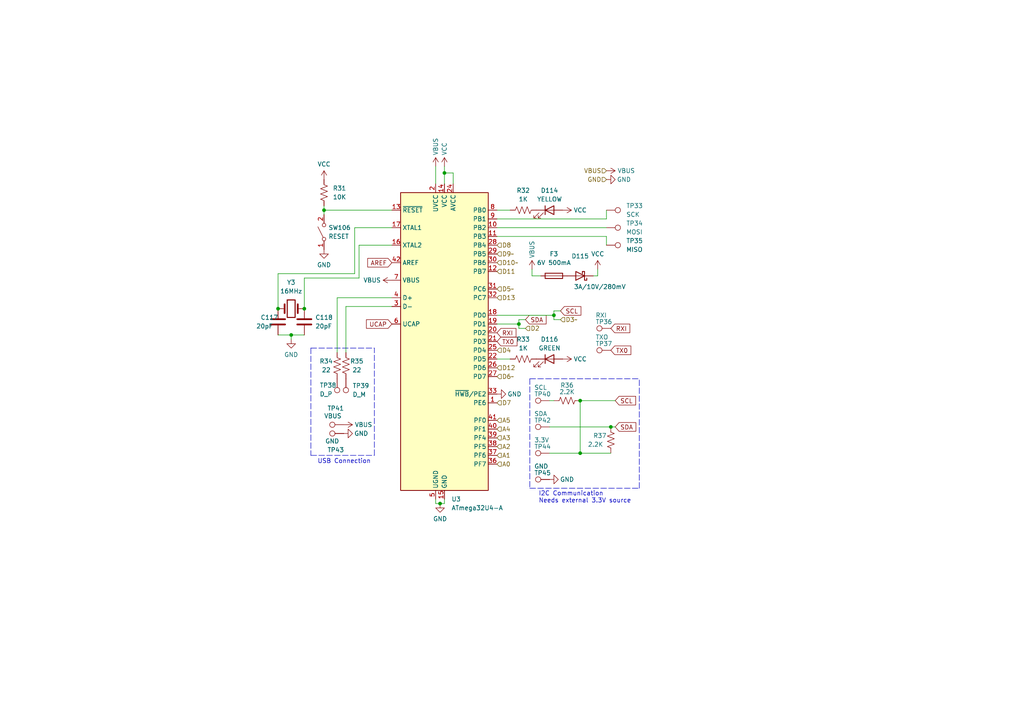
<source format=kicad_sch>
(kicad_sch (version 20211123) (generator eeschema)
  (paper "A4")
  (lib_symbols
    (symbol "Connector:TestPoint" (pin_numbers hide) (pin_names (offset 0.762) hide)
      (property "Reference" "TP" (at 0 6.858 0))
      (property "Value" "TestPoint" (at 0 5.08 0))
      (symbol "TestPoint_0_1"
        (circle (center 0 3.302) (radius 0.762))
      )
      (symbol "TestPoint_1_1"
        (pin passive line (at 0 0 90) (length 2.54) (name "1") (number "1"))
      )
    )
    (symbol "Device:C" (pin_numbers hide) (pin_names (offset 0.254))
      (property "Reference" "C" (at 0.635 2.54 0))
      (property "Value" "C" (at 0.635 -2.54 0))
      (symbol "C_0_1"
        (polyline (pts (xy -2.032 -0.762) (xy 2.032 -0.762)) (stroke (width 0.508)))
        (polyline (pts (xy -2.032 0.762) (xy 2.032 0.762)) (stroke (width 0.508)))
      )
      (symbol "C_1_1"
        (pin passive line (at 0 3.81 270) (length 2.794) (name "~") (number "1"))
        (pin passive line (at 0 -3.81 90) (length 2.794) (name "~") (number "2"))
      )
    )
    (symbol "Device:Crystal" (pin_numbers hide) (pin_names (offset 1.016) hide)
      (property "Reference" "Y" (at 0 3.81 0))
      (property "Value" "Crystal" (at 0 -3.81 0))
      (symbol "Crystal_0_1"
        (rectangle (start -1.143 2.54) (end 1.143 -2.54) (stroke (width 0.3048)))
        (polyline (pts (xy -2.54 0) (xy -1.905 0)))
        (polyline (pts (xy -1.905 -1.27) (xy -1.905 1.27)) (stroke (width 0.508)))
        (polyline (pts (xy 1.905 -1.27) (xy 1.905 1.27)) (stroke (width 0.508)))
        (polyline (pts (xy 2.54 0) (xy 1.905 0)))
      )
      (symbol "Crystal_1_1"
        (pin passive line (at -3.81 0 0) (length 1.27) (name "1") (number "1"))
        (pin passive line (at 3.81 0 180) (length 1.27) (name "2") (number "2"))
      )
    )
    (symbol "Device:D_Schottky" (pin_numbers hide) (pin_names (offset 1.016) hide)
      (property "Reference" "D" (at 0 2.54 0))
      (property "Value" "D_Schottky" (at 0 -2.54 0))
      (symbol "D_Schottky_0_1"
        (polyline (pts (xy 1.27 0) (xy -1.27 0)))
        (polyline (pts (xy 1.27 1.27) (xy 1.27 -1.27) (xy -1.27 0) (xy 1.27 1.27)) (stroke (width 0.254)))
        (polyline (pts (xy -1.905 0.635) (xy -1.905 1.27) (xy -1.27 1.27) (xy -1.27 -1.27) (xy -0.635 -1.27) (xy -0.635 -0.635)) (stroke (width 0.254)))
      )
      (symbol "D_Schottky_1_1"
        (pin passive line (at -3.81 0 0) (length 2.54) (name "K") (number "1"))
        (pin passive line (at 3.81 0 180) (length 2.54) (name "A") (number "2"))
      )
    )
    (symbol "Device:Fuse" (pin_numbers hide) (pin_names (offset 0))
      (property "Reference" "F" (at 2.032 0 90))
      (property "Value" "Fuse" (at -1.905 0 90))
      (symbol "Fuse_0_1"
        (rectangle (start -0.762 -2.54) (end 0.762 2.54) (stroke (width 0.254)))
        (polyline (pts (xy 0 2.54) (xy 0 -2.54)))
      )
      (symbol "Fuse_1_1"
        (pin passive line (at 0 3.81 270) (length 1.27) (name "~") (number "1"))
        (pin passive line (at 0 -3.81 90) (length 1.27) (name "~") (number "2"))
      )
    )
    (symbol "Device:LED" (pin_numbers hide) (pin_names (offset 1.016) hide)
      (property "Reference" "D" (at 0 2.54 0))
      (property "Value" "LED" (at 0 -2.54 0))
      (symbol "LED_0_1"
        (polyline (pts (xy -1.27 -1.27) (xy -1.27 1.27)) (stroke (width 0.254)))
        (polyline (pts (xy -1.27 0) (xy 1.27 0)))
        (polyline (pts (xy 1.27 -1.27) (xy 1.27 1.27) (xy -1.27 0) (xy 1.27 -1.27)) (stroke (width 0.254)))
        (polyline (pts (xy -3.048 -0.762) (xy -4.572 -2.286) (xy -3.81 -2.286) (xy -4.572 -2.286) (xy -4.572 -1.524)))
        (polyline (pts (xy -1.778 -0.762) (xy -3.302 -2.286) (xy -2.54 -2.286) (xy -3.302 -2.286) (xy -3.302 -1.524)))
      )
      (symbol "LED_1_1"
        (pin passive line (at -3.81 0 0) (length 2.54) (name "K") (number "1"))
        (pin passive line (at 3.81 0 180) (length 2.54) (name "A") (number "2"))
      )
    )
    (symbol "Device:R_US" (pin_numbers hide) (pin_names (offset 0))
      (property "Reference" "R" (at 2.54 0 90))
      (property "Value" "R_US" (at -2.54 0 90))
      (symbol "R_US_0_1"
        (polyline (pts (xy 0 -2.286) (xy 0 -2.54)))
        (polyline (pts (xy 0 2.286) (xy 0 2.54)))
        (polyline (pts (xy 0 -0.762) (xy 1.016 -1.143) (xy 0 -1.524) (xy -1.016 -1.905) (xy 0 -2.286)))
        (polyline (pts (xy 0 0.762) (xy 1.016 0.381) (xy 0 0) (xy -1.016 -0.381) (xy 0 -0.762)))
        (polyline (pts (xy 0 2.286) (xy 1.016 1.905) (xy 0 1.524) (xy -1.016 1.143) (xy 0 0.762)))
      )
      (symbol "R_US_1_1"
        (pin passive line (at 0 3.81 270) (length 1.27) (name "~") (number "1"))
        (pin passive line (at 0 -3.81 90) (length 1.27) (name "~") (number "2"))
      )
    )
    (symbol "MCU_Microchip_ATmega:ATmega32U4-A"
      (property "Reference" "U" (at -12.7 44.45 0))
      (property "Value" "ATmega32U4-A" (at 2.54 -44.45 0))
      (symbol "ATmega32U4-A_0_1"
        (rectangle (start -12.7 -43.18) (end 12.7 43.18) (stroke (width 0.254)) (fill (type background)))
      )
      (symbol "ATmega32U4-A_1_1"
        (pin bidirectional line (at 15.24 -17.78 180) (length 2.54) (name "PE6") (number "1"))
        (pin bidirectional line (at 15.24 33.02 180) (length 2.54) (name "PB2") (number "10"))
        (pin bidirectional line (at 15.24 30.48 180) (length 2.54) (name "PB3") (number "11"))
        (pin bidirectional line (at 15.24 20.32 180) (length 2.54) (name "PB7") (number "12"))
        (pin input line (at -15.24 38.1 0) (length 2.54) (name "~{RESET}") (number "13"))
        (pin power_in line (at 0 45.72 270) (length 2.54) (name "VCC") (number "14"))
        (pin power_in line (at 0 -45.72 90) (length 2.54) (name "GND") (number "15"))
        (pin output line (at -15.24 27.94 0) (length 2.54) (name "XTAL2") (number "16"))
        (pin input line (at -15.24 33.02 0) (length 2.54) (name "XTAL1") (number "17"))
        (pin bidirectional line (at 15.24 7.62 180) (length 2.54) (name "PD0") (number "18"))
        (pin bidirectional line (at 15.24 5.08 180) (length 2.54) (name "PD1") (number "19"))
        (pin power_in line (at -2.54 45.72 270) (length 2.54) (name "UVCC") (number "2"))
        (pin bidirectional line (at 15.24 2.54 180) (length 2.54) (name "PD2") (number "20"))
        (pin bidirectional line (at 15.24 0 180) (length 2.54) (name "PD3") (number "21"))
        (pin bidirectional line (at 15.24 -5.08 180) (length 2.54) (name "PD5") (number "22"))
        (pin passive line (at 0 -45.72 90) (length 2.54) hide (name "GND") (number "23"))
        (pin power_in line (at 2.54 45.72 270) (length 2.54) (name "AVCC") (number "24"))
        (pin bidirectional line (at 15.24 -2.54 180) (length 2.54) (name "PD4") (number "25"))
        (pin bidirectional line (at 15.24 -7.62 180) (length 2.54) (name "PD6") (number "26"))
        (pin bidirectional line (at 15.24 -10.16 180) (length 2.54) (name "PD7") (number "27"))
        (pin bidirectional line (at 15.24 27.94 180) (length 2.54) (name "PB4") (number "28"))
        (pin bidirectional line (at 15.24 25.4 180) (length 2.54) (name "PB5") (number "29"))
        (pin bidirectional line (at -15.24 10.16 0) (length 2.54) (name "D-") (number "3"))
        (pin bidirectional line (at 15.24 22.86 180) (length 2.54) (name "PB6") (number "30"))
        (pin bidirectional line (at 15.24 15.24 180) (length 2.54) (name "PC6") (number "31"))
        (pin bidirectional line (at 15.24 12.7 180) (length 2.54) (name "PC7") (number "32"))
        (pin bidirectional line (at 15.24 -15.24 180) (length 2.54) (name "~{HWB}/PE2") (number "33"))
        (pin passive line (at 0 45.72 270) (length 2.54) hide (name "VCC") (number "34"))
        (pin passive line (at 0 -45.72 90) (length 2.54) hide (name "GND") (number "35"))
        (pin bidirectional line (at 15.24 -35.56 180) (length 2.54) (name "PF7") (number "36"))
        (pin bidirectional line (at 15.24 -33.02 180) (length 2.54) (name "PF6") (number "37"))
        (pin bidirectional line (at 15.24 -30.48 180) (length 2.54) (name "PF5") (number "38"))
        (pin bidirectional line (at 15.24 -27.94 180) (length 2.54) (name "PF4") (number "39"))
        (pin bidirectional line (at -15.24 12.7 0) (length 2.54) (name "D+") (number "4"))
        (pin bidirectional line (at 15.24 -25.4 180) (length 2.54) (name "PF1") (number "40"))
        (pin bidirectional line (at 15.24 -22.86 180) (length 2.54) (name "PF0") (number "41"))
        (pin passive line (at -15.24 22.86 0) (length 2.54) (name "AREF") (number "42"))
        (pin passive line (at 0 -45.72 90) (length 2.54) hide (name "GND") (number "43"))
        (pin passive line (at 2.54 45.72 270) (length 2.54) hide (name "AVCC") (number "44"))
        (pin passive line (at -2.54 -45.72 90) (length 2.54) (name "UGND") (number "5"))
        (pin passive line (at -15.24 5.08 0) (length 2.54) (name "UCAP") (number "6"))
        (pin input line (at -15.24 17.78 0) (length 2.54) (name "VBUS") (number "7"))
        (pin bidirectional line (at 15.24 38.1 180) (length 2.54) (name "PB0") (number "8"))
        (pin bidirectional line (at 15.24 35.56 180) (length 2.54) (name "PB1") (number "9"))
      )
    )
    (symbol "Switch:SW_SPST" (pin_names (offset 0) hide)
      (property "Reference" "SW" (at 0 3.175 0))
      (property "Value" "SW_SPST" (at 0 -2.54 0))
      (symbol "SW_SPST_0_0"
        (circle (center -2.032 0) (radius 0.508))
        (polyline (pts (xy -1.524 0.254) (xy 1.524 1.778)))
        (circle (center 2.032 0) (radius 0.508))
      )
      (symbol "SW_SPST_1_1"
        (pin passive line (at -5.08 0 0) (length 2.54) (name "A") (number "1"))
        (pin passive line (at 5.08 0 180) (length 2.54) (name "B") (number "2"))
      )
    )
    (symbol "power:GND" (power) (pin_names (offset 0))
      (property "Value" "GND" (at 0 -3.81 0))
      (symbol "GND_0_1"
        (polyline (pts (xy 0 0) (xy 0 -1.27) (xy 1.27 -1.27) (xy 0 -2.54) (xy -1.27 -1.27) (xy 0 -1.27)))
      )
      (symbol "GND_1_1"
        (pin power_in line (at 0 0 270) (length 0) hide (name "GND") (number "1"))
      )
    )
    (symbol "power:VBUS" (power) (pin_names (offset 0))
      (property "Value" "VBUS" (at 0 3.81 0))
      (symbol "VBUS_0_1"
        (polyline (pts (xy -0.762 1.27) (xy 0 2.54)))
        (polyline (pts (xy 0 0) (xy 0 2.54)))
        (polyline (pts (xy 0 2.54) (xy 0.762 1.27)))
      )
      (symbol "VBUS_1_1"
        (pin power_in line (at 0 0 90) (length 0) hide (name "VBUS") (number "1"))
      )
    )
    (symbol "power:VCC" (power) (pin_names (offset 0))
      (property "Value" "VCC" (at 0 3.81 0))
      (symbol "VCC_0_1"
        (polyline (pts (xy -0.762 1.27) (xy 0 2.54)))
        (polyline (pts (xy 0 0) (xy 0 2.54)))
        (polyline (pts (xy 0 2.54) (xy 0.762 1.27)))
      )
      (symbol "VCC_1_1"
        (pin power_in line (at 0 0 90) (length 0) hide (name "VCC") (number "1"))
      )
    )
  )
  (junction (at 127.635 146.05))
  (junction (at 84.455 97.155))
  (junction (at 80.645 89.535))
  (junction (at 128.905 50.165))
  (junction (at 160.655 91.44))
  (junction (at 177.165 123.825))
  (junction (at 168.275 131.445))
  (junction (at 93.98 60.96))
  (junction (at 168.275 116.205))
  (junction (at 150.495 93.98))
  (junction (at 88.265 89.535))
  (wire (pts (xy 127.635 146.05) (xy 126.365 146.05)))
  (wire (pts (xy 97.79 86.36) (xy 97.79 102.235)))
  (wire (pts (xy 160.655 91.44) (xy 160.655 92.71)))
  (polyline (pts (xy 185.42 141.605) (xy 185.42 109.855)))
  (wire (pts (xy 144.145 66.04) (xy 175.895 66.04)))
  (wire (pts (xy 150.495 92.71) (xy 152.4 92.71)))
  (wire (pts (xy 84.455 97.155) (xy 88.265 97.155)))
  (wire (pts (xy 128.905 146.05) (xy 127.635 146.05)))
  (wire (pts (xy 128.905 50.165) (xy 128.905 53.34)))
  (wire (pts (xy 144.145 68.58) (xy 175.895 68.58)))
  (wire (pts (xy 144.145 93.98) (xy 150.495 93.98)))
  (wire (pts (xy 168.275 116.205) (xy 178.435 116.205)))
  (wire (pts (xy 88.265 80.645) (xy 88.265 89.535)))
  (wire (pts (xy 156.845 80.01) (xy 154.305 80.01)))
  (wire (pts (xy 159.385 123.825) (xy 177.165 123.825)))
  (wire (pts (xy 100.33 88.9) (xy 100.33 102.235)))
  (wire (pts (xy 84.455 97.155) (xy 84.455 98.425)))
  (wire (pts (xy 113.665 60.96) (xy 93.98 60.96)))
  (wire (pts (xy 154.305 80.01) (xy 154.305 78.105)))
  (wire (pts (xy 159.385 116.205) (xy 160.655 116.205)))
  (wire (pts (xy 175.895 68.58) (xy 175.895 71.12)))
  (polyline (pts (xy 108.585 132.08) (xy 108.585 100.965)))
  (wire (pts (xy 128.905 48.26) (xy 128.905 50.165)))
  (wire (pts (xy 150.495 93.98) (xy 150.495 92.71)))
  (wire (pts (xy 177.165 131.445) (xy 168.275 131.445)))
  (wire (pts (xy 152.4 95.25) (xy 150.495 95.25)))
  (wire (pts (xy 126.365 146.05) (xy 126.365 144.78)))
  (wire (pts (xy 160.655 92.71) (xy 162.56 92.71)))
  (wire (pts (xy 126.365 48.26) (xy 126.365 53.34)))
  (wire (pts (xy 144.145 63.5) (xy 175.895 63.5)))
  (wire (pts (xy 80.645 79.375) (xy 80.645 89.535)))
  (wire (pts (xy 160.655 90.17) (xy 160.655 91.44)))
  (wire (pts (xy 162.56 90.17) (xy 160.655 90.17)))
  (wire (pts (xy 113.665 88.9) (xy 100.33 88.9)))
  (wire (pts (xy 93.98 60.96) (xy 93.98 62.23)))
  (wire (pts (xy 80.645 79.375) (xy 102.87 79.375)))
  (wire (pts (xy 168.275 131.445) (xy 159.385 131.445)))
  (wire (pts (xy 113.665 86.36) (xy 97.79 86.36)))
  (wire (pts (xy 173.355 80.01) (xy 173.355 78.105)))
  (wire (pts (xy 128.905 144.78) (xy 128.905 146.05)))
  (wire (pts (xy 102.87 66.04) (xy 102.87 79.375)))
  (wire (pts (xy 131.445 53.34) (xy 131.445 50.165)))
  (polyline (pts (xy 153.67 109.855) (xy 185.42 109.855)))
  (wire (pts (xy 175.895 63.5) (xy 175.895 60.96)))
  (wire (pts (xy 104.14 71.12) (xy 104.14 80.645)))
  (wire (pts (xy 144.145 60.96) (xy 147.955 60.96)))
  (polyline (pts (xy 90.17 132.08) (xy 108.585 132.08)))
  (polyline (pts (xy 153.67 109.855) (xy 153.67 141.605)))
  (wire (pts (xy 150.495 95.25) (xy 150.495 93.98)))
  (polyline (pts (xy 90.17 100.965) (xy 108.585 100.965)))
  (wire (pts (xy 88.265 80.645) (xy 104.14 80.645)))
  (polyline (pts (xy 153.67 141.605) (xy 185.42 141.605)))
  (wire (pts (xy 168.275 116.205) (xy 168.275 131.445)))
  (wire (pts (xy 144.145 104.14) (xy 147.955 104.14)))
  (wire (pts (xy 172.085 80.01) (xy 173.355 80.01)))
  (wire (pts (xy 113.665 66.04) (xy 102.87 66.04)))
  (wire (pts (xy 93.98 60.96) (xy 93.98 59.69)))
  (wire (pts (xy 80.645 97.155) (xy 84.455 97.155)))
  (wire (pts (xy 113.665 71.12) (xy 104.14 71.12)))
  (polyline (pts (xy 90.17 100.965) (xy 90.17 132.08)))
  (wire (pts (xy 131.445 50.165) (xy 128.905 50.165)))
  (wire (pts (xy 177.165 123.825) (xy 178.435 123.825)))
  (wire (pts (xy 144.145 91.44) (xy 160.655 91.44)))
  (text "USB Connection\n" (at 92.075 134.62 0) (effects (font (size 1.27 1.27)) (justify left bottom)))
  (text "I2C Communication\nNeeds external 3.3V source" (at 156.21 146.05 0) (effects (font (size 1.27 1.27)) (justify left bottom)))
  (global_label "RXI" (shape input) (at 177.165 95.25 0) (property "Intersheet References" "${INTERSHEET_REFS}" (effects hide)))
  (global_label "SCL" (shape input) (at 162.56 90.17 0) (property "Intersheet References" "${INTERSHEET_REFS}" (effects hide)))
  (global_label "TX0" (shape input) (at 177.165 101.6 0) (property "Intersheet References" "${INTERSHEET_REFS}" (effects hide)))
  (global_label "SDA" (shape input) (at 152.4 92.71 0) (property "Intersheet References" "${INTERSHEET_REFS}" (effects hide)))
  (global_label "TX0" (shape input) (at 144.145 99.06 0) (property "Intersheet References" "${INTERSHEET_REFS}" (effects hide)))
  (global_label "SDA" (shape input) (at 178.435 123.825 0) (property "Intersheet References" "${INTERSHEET_REFS}" (effects hide)))
  (global_label "AREF" (shape input) (at 113.665 76.2 180) (property "Intersheet References" "${INTERSHEET_REFS}" (effects hide)))
  (global_label "SCL" (shape input) (at 178.435 116.205 0) (property "Intersheet References" "${INTERSHEET_REFS}" (effects hide)))
  (global_label "UCAP" (shape input) (at 113.665 93.98 180) (property "Intersheet References" "${INTERSHEET_REFS}" (effects hide)))
  (global_label "RXI" (shape input) (at 144.145 96.52 0) (property "Intersheet References" "${INTERSHEET_REFS}" (effects hide)))
  (hierarchical_label "D5~" (shape input) (at 144.145 83.82 0))
  (hierarchical_label "A2" (shape input) (at 144.145 129.54 0))
  (hierarchical_label "GND" (shape input) (at 175.895 52.07 180))
  (hierarchical_label "A3" (shape input) (at 144.145 127 0))
  (hierarchical_label "D4" (shape input) (at 144.145 101.6 0))
  (hierarchical_label "D9~" (shape input) (at 144.145 73.66 0))
  (hierarchical_label "D12" (shape input) (at 144.145 106.68 0))
  (hierarchical_label "VBUS" (shape input) (at 175.895 49.53 180))
  (hierarchical_label "D7" (shape input) (at 144.145 116.84 0))
  (hierarchical_label "D3~" (shape input) (at 162.56 92.71 0))
  (hierarchical_label "D13" (shape input) (at 144.145 86.36 0))
  (hierarchical_label "D8" (shape input) (at 144.145 71.12 0))
  (hierarchical_label "D10~" (shape input) (at 144.145 76.2 0))
  (hierarchical_label "A4" (shape input) (at 144.145 124.46 0))
  (hierarchical_label "D2" (shape input) (at 152.4 95.25 0))
  (hierarchical_label "D6~" (shape input) (at 144.145 109.22 0))
  (hierarchical_label "A5" (shape input) (at 144.145 121.92 0))
  (hierarchical_label "D11" (shape input) (at 144.145 78.74 0))
  (hierarchical_label "A0" (shape input) (at 144.145 134.62 0))
  (hierarchical_label "A1" (shape input) (at 144.145 132.08 0))
  (symbol (lib_id "Device:R_US") (at 177.165 127.635 180) (unit 1)
    (property "Reference" "R37" (at 173.99 126.365 0))
    (property "Value" "2.2K" (at 172.72 128.905 0))
    (property "Footprint" "Resistor_SMD:R_0603_1608Metric" (effects hide))
  )
  (symbol (lib_id "Device:R_US") (at 100.33 106.045 180) (unit 1)
    (property "Reference" "R35" (at 103.505 104.775 0))
    (property "Value" "22" (at 103.505 107.315 0))
    (property "Footprint" "Resistor_SMD:R_0603_1608Metric" (effects hide))
  )
  (symbol (lib_id "Connector:TestPoint") (at 159.385 116.205 90) (unit 1)
    (property "Reference" "TP40" (at 154.94 114.3 90) (effects (justify right)))
    (property "Value" "SCL" (at 154.94 112.395 90) (effects (justify right)))
  )
  (symbol (lib_id "Device:R_US") (at 97.79 106.045 180) (unit 1)
    (property "Reference" "R34" (at 94.615 104.775 0))
    (property "Value" "22" (at 94.615 107.315 0))
    (property "Footprint" "Resistor_SMD:R_0603_1608Metric" (effects hide))
  )
  (symbol (lib_id "Connector:TestPoint") (at 159.385 139.065 90) (unit 1)
    (property "Reference" "TP45" (at 154.94 137.16 90) (effects (justify right)))
    (property "Value" "GND" (at 154.94 135.255 90) (effects (justify right)))
  )
  (symbol (lib_id "Device:C") (at 88.265 93.345 0) (unit 1)
    (property "Reference" "C118" (at 91.44 92.075 0) (effects (justify left)))
    (property "Value" "20pF" (at 91.44 94.615 0) (effects (justify left)))
    (property "Footprint" "Capacitor_SMD:C_0603_1608Metric" (effects hide))
  )
  (symbol (lib_id "power:VCC") (at 163.195 60.96 270) (unit 1)
    (property "Reference" "#PWR0266" (effects hide))
    (property "Value" "VCC" (at 168.275 60.96 90))
  )
  (symbol (lib_id "power:GND") (at 93.98 72.39 0) (unit 1)
    (property "Reference" "#PWR0267" (effects hide))
    (property "Value" "GND" (at 93.98 76.835 0))
  )
  (symbol (lib_id "Device:LED") (at 159.385 60.96 0) (unit 1)
    (property "Reference" "D114" (at 159.385 55.245 0))
    (property "Value" "YELLOW" (at 159.385 57.785 0))
    (property "Footprint" "LED_SMD:LED_0805_2012Metric" (effects hide))
  )
  (symbol (lib_id "Device:Crystal") (at 84.455 89.535 0) (unit 1)
    (property "Reference" "Y3" (at 84.455 81.915 0))
    (property "Value" "16MHz" (at 84.455 84.455 0))
  )
  (symbol (lib_id "Connector:TestPoint") (at 99.695 123.19 90) (unit 1)
    (property "Reference" "TP41" (at 94.9325 118.4275 90) (effects (justify right)))
    (property "Value" "VBUS" (at 93.98 120.65 90) (effects (justify right)))
  )
  (symbol (lib_id "power:GND") (at 159.385 139.065 90) (unit 1)
    (property "Reference" "#PWR0276" (effects hide))
    (property "Value" "GND" (at 164.465 139.065 90))
  )
  (symbol (lib_id "Connector:TestPoint") (at 100.33 109.855 180) (unit 1)
    (property "Reference" "TP39" (at 102.235 111.8869 0) (effects (justify right)))
    (property "Value" "D_M" (at 102.235 114.4269 0) (effects (justify right)))
  )
  (symbol (lib_id "power:VCC") (at 93.98 52.07 0) (unit 1)
    (property "Reference" "#PWR0264" (effects hide))
    (property "Value" "VCC" (at 93.98 47.625 0))
  )
  (symbol (lib_id "Device:C") (at 80.645 93.345 0) (unit 1)
    (property "Reference" "C117" (at 75.565 92.075 0) (effects (justify left)))
    (property "Value" "20pF" (at 74.295 94.615 0) (effects (justify left)))
    (property "Footprint" "Capacitor_SMD:C_0603_1608Metric" (effects hide))
  )
  (symbol (lib_id "power:GND") (at 127.635 146.05 0) (unit 1)
    (property "Reference" "#PWR0277" (effects hide))
    (property "Value" "GND" (at 127.635 150.495 0))
  )
  (symbol (lib_id "power:VBUS") (at 175.895 49.53 270) (unit 1)
    (property "Reference" "#PWR0263" (effects hide))
    (property "Value" "VBUS" (at 179.07 49.53 90) (effects (justify left)))
  )
  (symbol (lib_id "Connector:TestPoint") (at 159.385 131.445 90) (unit 1)
    (property "Reference" "TP44" (at 154.94 129.54 90) (effects (justify right)))
    (property "Value" "3.3V" (at 154.94 127.635 90) (effects (justify right)))
  )
  (symbol (lib_id "Connector:TestPoint") (at 97.79 109.855 180) (unit 1)
    (property "Reference" "TP38" (at 92.71 111.76 0) (effects (justify right)))
    (property "Value" "D_P" (at 92.71 114.3 0) (effects (justify right)))
  )
  (symbol (lib_id "Device:R_US") (at 164.465 116.205 270) (unit 1)
    (property "Reference" "R36" (at 164.465 111.76 90))
    (property "Value" "2.2K" (at 164.465 113.665 90))
    (property "Footprint" "Resistor_SMD:R_0603_1608Metric" (effects hide))
  )
  (symbol (lib_id "Device:Fuse") (at 160.655 80.01 90) (unit 1)
    (property "Reference" "F3" (at 160.655 73.66 90))
    (property "Value" "6V 500mA" (at 160.655 76.2 90))
  )
  (symbol (lib_id "power:VCC") (at 173.355 78.105 0) (unit 1)
    (property "Reference" "#PWR0269" (effects hide))
    (property "Value" "VCC" (at 173.355 73.66 0))
  )
  (symbol (lib_id "power:GND") (at 84.455 98.425 0) (unit 1)
    (property "Reference" "#PWR0271" (effects hide))
    (property "Value" "GND" (at 84.455 102.87 0))
  )
  (symbol (lib_id "power:GND") (at 144.145 114.3 90) (unit 1)
    (property "Reference" "#PWR0273" (effects hide))
    (property "Value" "GND" (at 149.225 114.3 90))
  )
  (symbol (lib_id "Connector:TestPoint") (at 99.695 125.73 90) (unit 1)
    (property "Reference" "TP43" (at 94.9325 130.4925 90) (effects (justify right)))
    (property "Value" "GND" (at 94.2975 127.9525 90) (effects (justify right)))
  )
  (symbol (lib_id "Connector:TestPoint") (at 175.895 60.96 270) (unit 1)
    (property "Reference" "TP33" (at 181.61 59.6899 90) (effects (justify left)))
    (property "Value" "SCK" (at 181.61 62.2299 90) (effects (justify left)))
  )
  (symbol (lib_id "power:VBUS") (at 113.665 81.28 90) (unit 1)
    (property "Reference" "#PWR0270" (effects hide))
    (property "Value" "VBUS" (at 110.49 81.28 90) (effects (justify left)))
  )
  (symbol (lib_id "power:VCC") (at 163.195 104.14 270) (unit 1)
    (property "Reference" "#PWR0272" (effects hide))
    (property "Value" "VCC" (at 168.275 104.14 90))
  )
  (symbol (lib_id "Connector:TestPoint") (at 159.385 123.825 90) (unit 1)
    (property "Reference" "TP42" (at 154.94 121.92 90) (effects (justify right)))
    (property "Value" "SDA" (at 154.94 120.015 90) (effects (justify right)))
  )
  (symbol (lib_id "Connector:TestPoint") (at 175.895 66.04 270) (unit 1)
    (property "Reference" "TP34" (at 181.61 64.7699 90) (effects (justify left)))
    (property "Value" "MOSI" (at 181.61 67.3099 90) (effects (justify left)))
  )
  (symbol (lib_id "Device:R_US") (at 151.765 60.96 90) (unit 1)
    (property "Reference" "R32" (at 151.765 55.245 90))
    (property "Value" "1K" (at 151.765 57.785 90))
    (property "Footprint" "Resistor_SMD:R_0603_1608Metric" (effects hide))
  )
  (symbol (lib_id "Device:R_US") (at 93.98 55.88 0) (unit 1)
    (property "Reference" "R31" (at 96.52 54.6099 0) (effects (justify left)))
    (property "Value" "10K" (at 96.52 57.1499 0) (effects (justify left)))
    (property "Footprint" "Resistor_SMD:R_0603_1608Metric" (effects hide))
  )
  (symbol (lib_id "Switch:SW_SPST") (at 93.98 67.31 90) (unit 1)
    (property "Reference" "SW106" (at 95.25 66.0399 90) (effects (justify right)))
    (property "Value" "RESET" (at 95.25 68.5799 90) (effects (justify right)))
  )
  (symbol (lib_id "Connector:TestPoint") (at 177.165 95.25 90) (unit 1)
    (property "Reference" "TP36" (at 172.72 93.345 90) (effects (justify right)))
    (property "Value" "RXI" (at 172.72 91.44 90) (effects (justify right)))
  )
  (symbol (lib_id "MCU_Microchip_ATmega:ATmega32U4-A") (at 128.905 99.06 0) (unit 1)
    (property "Reference" "U3" (at 130.9244 144.78 0) (effects (justify left)))
    (property "Value" "ATmega32U4-A" (at 130.9244 147.32 0) (effects (justify left)))
    (property "Footprint" "Package_QFP:TQFP-44_10x10mm_P0.8mm" (effects hide))
    (property "Datasheet" "http://ww1.microchip.com/downloads/en/DeviceDoc/Atmel-7766-8-bit-AVR-ATmega16U4-32U4_Datasheet.pdf" (effects hide))
  )
  (symbol (lib_id "Device:D_Schottky") (at 168.275 80.01 180) (unit 1)
    (property "Reference" "D115" (at 168.275 74.295 0))
    (property "Value" "3A/10V/280mV" (at 173.99 83.185 0))
  )
  (symbol (lib_id "power:VCC") (at 128.905 48.26 0) (unit 1)
    (property "Reference" "#PWR0262" (effects hide))
    (property "Value" "VCC" (at 128.905 43.18 90))
  )
  (symbol (lib_id "Device:R_US") (at 151.765 104.14 90) (unit 1)
    (property "Reference" "R33" (at 151.765 98.425 90))
    (property "Value" "1K" (at 151.765 100.965 90))
    (property "Footprint" "Resistor_SMD:R_0603_1608Metric" (effects hide))
  )
  (symbol (lib_id "power:VBUS") (at 99.695 123.19 270) (unit 1)
    (property "Reference" "#PWR0274" (effects hide))
    (property "Value" "VBUS" (at 102.87 123.19 90) (effects (justify left)))
  )
  (symbol (lib_id "Connector:TestPoint") (at 177.165 101.6 90) (unit 1)
    (property "Reference" "TP37" (at 172.72 99.695 90) (effects (justify right)))
    (property "Value" "TXO" (at 172.72 97.79 90) (effects (justify right)))
  )
  (symbol (lib_id "power:VBUS") (at 154.305 78.105 0) (unit 1)
    (property "Reference" "#PWR0268" (effects hide))
    (property "Value" "VBUS" (at 154.305 74.93 90) (effects (justify left)))
  )
  (symbol (lib_id "Connector:TestPoint") (at 175.895 71.12 270) (unit 1)
    (property "Reference" "TP35" (at 181.61 69.8499 90) (effects (justify left)))
    (property "Value" "MISO" (at 181.61 72.3899 90) (effects (justify left)))
  )
  (symbol (lib_id "power:GND") (at 175.895 52.07 90) (unit 1)
    (property "Reference" "#PWR0265" (effects hide))
    (property "Value" "GND" (at 180.975 52.07 90))
  )
  (symbol (lib_id "Device:LED") (at 159.385 104.14 0) (unit 1)
    (property "Reference" "D116" (at 159.385 98.425 0))
    (property "Value" "GREEN" (at 159.385 100.965 0))
    (property "Footprint" "LED_SMD:LED_0805_2012Metric" (effects hide))
  )
  (symbol (lib_id "power:VBUS") (at 126.365 48.26 0) (unit 1)
    (property "Reference" "#PWR0261" (effects hide))
    (property "Value" "VBUS" (at 126.365 45.085 90) (effects (justify left)))
  )
  (symbol (lib_id "power:GND") (at 99.695 125.73 90) (unit 1)
    (property "Reference" "#PWR0275" (effects hide))
    (property "Value" "GND" (at 104.775 125.73 90))
  )
)
</source>
